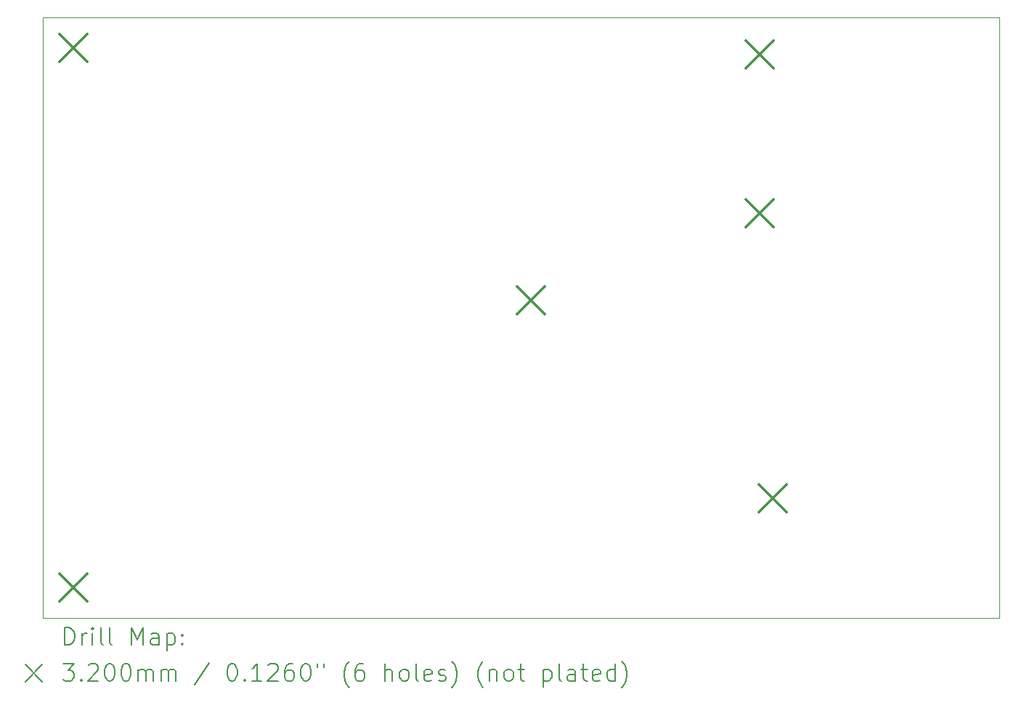
<source format=gbr>
%TF.GenerationSoftware,KiCad,Pcbnew,7.0.10*%
%TF.CreationDate,2024-02-13T14:16:56+07:00*%
%TF.ProjectId,AniSignage v2,416e6953-6967-46e6-9167-652076322e6b,rev?*%
%TF.SameCoordinates,Original*%
%TF.FileFunction,Drillmap*%
%TF.FilePolarity,Positive*%
%FSLAX45Y45*%
G04 Gerber Fmt 4.5, Leading zero omitted, Abs format (unit mm)*
G04 Created by KiCad (PCBNEW 7.0.10) date 2024-02-13 14:16:56*
%MOMM*%
%LPD*%
G01*
G04 APERTURE LIST*
%ADD10C,0.100000*%
%ADD11C,0.200000*%
%ADD12C,0.320000*%
G04 APERTURE END LIST*
D10*
X8331200Y-4978400D02*
X19481800Y-4978400D01*
X19481800Y-11988800D01*
X8331200Y-11988800D01*
X8331200Y-4978400D01*
D11*
D12*
X8526800Y-5174000D02*
X8846800Y-5494000D01*
X8846800Y-5174000D02*
X8526800Y-5494000D01*
X8526800Y-11473200D02*
X8846800Y-11793200D01*
X8846800Y-11473200D02*
X8526800Y-11793200D01*
X13860800Y-8120400D02*
X14180800Y-8440400D01*
X14180800Y-8120400D02*
X13860800Y-8440400D01*
X16527800Y-5250200D02*
X16847800Y-5570200D01*
X16847800Y-5250200D02*
X16527800Y-5570200D01*
X16527800Y-7104400D02*
X16847800Y-7424400D01*
X16847800Y-7104400D02*
X16527800Y-7424400D01*
X16680200Y-10431800D02*
X17000200Y-10751800D01*
X17000200Y-10431800D02*
X16680200Y-10751800D01*
D11*
X8586977Y-12305284D02*
X8586977Y-12105284D01*
X8586977Y-12105284D02*
X8634596Y-12105284D01*
X8634596Y-12105284D02*
X8663167Y-12114808D01*
X8663167Y-12114808D02*
X8682215Y-12133855D01*
X8682215Y-12133855D02*
X8691739Y-12152903D01*
X8691739Y-12152903D02*
X8701263Y-12190998D01*
X8701263Y-12190998D02*
X8701263Y-12219569D01*
X8701263Y-12219569D02*
X8691739Y-12257665D01*
X8691739Y-12257665D02*
X8682215Y-12276712D01*
X8682215Y-12276712D02*
X8663167Y-12295760D01*
X8663167Y-12295760D02*
X8634596Y-12305284D01*
X8634596Y-12305284D02*
X8586977Y-12305284D01*
X8786977Y-12305284D02*
X8786977Y-12171950D01*
X8786977Y-12210046D02*
X8796501Y-12190998D01*
X8796501Y-12190998D02*
X8806024Y-12181474D01*
X8806024Y-12181474D02*
X8825072Y-12171950D01*
X8825072Y-12171950D02*
X8844120Y-12171950D01*
X8910786Y-12305284D02*
X8910786Y-12171950D01*
X8910786Y-12105284D02*
X8901263Y-12114808D01*
X8901263Y-12114808D02*
X8910786Y-12124331D01*
X8910786Y-12124331D02*
X8920310Y-12114808D01*
X8920310Y-12114808D02*
X8910786Y-12105284D01*
X8910786Y-12105284D02*
X8910786Y-12124331D01*
X9034596Y-12305284D02*
X9015548Y-12295760D01*
X9015548Y-12295760D02*
X9006024Y-12276712D01*
X9006024Y-12276712D02*
X9006024Y-12105284D01*
X9139358Y-12305284D02*
X9120310Y-12295760D01*
X9120310Y-12295760D02*
X9110786Y-12276712D01*
X9110786Y-12276712D02*
X9110786Y-12105284D01*
X9367929Y-12305284D02*
X9367929Y-12105284D01*
X9367929Y-12105284D02*
X9434596Y-12248141D01*
X9434596Y-12248141D02*
X9501263Y-12105284D01*
X9501263Y-12105284D02*
X9501263Y-12305284D01*
X9682215Y-12305284D02*
X9682215Y-12200522D01*
X9682215Y-12200522D02*
X9672691Y-12181474D01*
X9672691Y-12181474D02*
X9653644Y-12171950D01*
X9653644Y-12171950D02*
X9615548Y-12171950D01*
X9615548Y-12171950D02*
X9596501Y-12181474D01*
X9682215Y-12295760D02*
X9663167Y-12305284D01*
X9663167Y-12305284D02*
X9615548Y-12305284D01*
X9615548Y-12305284D02*
X9596501Y-12295760D01*
X9596501Y-12295760D02*
X9586977Y-12276712D01*
X9586977Y-12276712D02*
X9586977Y-12257665D01*
X9586977Y-12257665D02*
X9596501Y-12238617D01*
X9596501Y-12238617D02*
X9615548Y-12229093D01*
X9615548Y-12229093D02*
X9663167Y-12229093D01*
X9663167Y-12229093D02*
X9682215Y-12219569D01*
X9777453Y-12171950D02*
X9777453Y-12371950D01*
X9777453Y-12181474D02*
X9796501Y-12171950D01*
X9796501Y-12171950D02*
X9834596Y-12171950D01*
X9834596Y-12171950D02*
X9853644Y-12181474D01*
X9853644Y-12181474D02*
X9863167Y-12190998D01*
X9863167Y-12190998D02*
X9872691Y-12210046D01*
X9872691Y-12210046D02*
X9872691Y-12267188D01*
X9872691Y-12267188D02*
X9863167Y-12286236D01*
X9863167Y-12286236D02*
X9853644Y-12295760D01*
X9853644Y-12295760D02*
X9834596Y-12305284D01*
X9834596Y-12305284D02*
X9796501Y-12305284D01*
X9796501Y-12305284D02*
X9777453Y-12295760D01*
X9958405Y-12286236D02*
X9967929Y-12295760D01*
X9967929Y-12295760D02*
X9958405Y-12305284D01*
X9958405Y-12305284D02*
X9948882Y-12295760D01*
X9948882Y-12295760D02*
X9958405Y-12286236D01*
X9958405Y-12286236D02*
X9958405Y-12305284D01*
X9958405Y-12181474D02*
X9967929Y-12190998D01*
X9967929Y-12190998D02*
X9958405Y-12200522D01*
X9958405Y-12200522D02*
X9948882Y-12190998D01*
X9948882Y-12190998D02*
X9958405Y-12181474D01*
X9958405Y-12181474D02*
X9958405Y-12200522D01*
X8126200Y-12533800D02*
X8326200Y-12733800D01*
X8326200Y-12533800D02*
X8126200Y-12733800D01*
X8567929Y-12525284D02*
X8691739Y-12525284D01*
X8691739Y-12525284D02*
X8625072Y-12601474D01*
X8625072Y-12601474D02*
X8653644Y-12601474D01*
X8653644Y-12601474D02*
X8672691Y-12610998D01*
X8672691Y-12610998D02*
X8682215Y-12620522D01*
X8682215Y-12620522D02*
X8691739Y-12639569D01*
X8691739Y-12639569D02*
X8691739Y-12687188D01*
X8691739Y-12687188D02*
X8682215Y-12706236D01*
X8682215Y-12706236D02*
X8672691Y-12715760D01*
X8672691Y-12715760D02*
X8653644Y-12725284D01*
X8653644Y-12725284D02*
X8596501Y-12725284D01*
X8596501Y-12725284D02*
X8577453Y-12715760D01*
X8577453Y-12715760D02*
X8567929Y-12706236D01*
X8777453Y-12706236D02*
X8786977Y-12715760D01*
X8786977Y-12715760D02*
X8777453Y-12725284D01*
X8777453Y-12725284D02*
X8767929Y-12715760D01*
X8767929Y-12715760D02*
X8777453Y-12706236D01*
X8777453Y-12706236D02*
X8777453Y-12725284D01*
X8863167Y-12544331D02*
X8872691Y-12534808D01*
X8872691Y-12534808D02*
X8891739Y-12525284D01*
X8891739Y-12525284D02*
X8939358Y-12525284D01*
X8939358Y-12525284D02*
X8958405Y-12534808D01*
X8958405Y-12534808D02*
X8967929Y-12544331D01*
X8967929Y-12544331D02*
X8977453Y-12563379D01*
X8977453Y-12563379D02*
X8977453Y-12582427D01*
X8977453Y-12582427D02*
X8967929Y-12610998D01*
X8967929Y-12610998D02*
X8853644Y-12725284D01*
X8853644Y-12725284D02*
X8977453Y-12725284D01*
X9101263Y-12525284D02*
X9120310Y-12525284D01*
X9120310Y-12525284D02*
X9139358Y-12534808D01*
X9139358Y-12534808D02*
X9148882Y-12544331D01*
X9148882Y-12544331D02*
X9158405Y-12563379D01*
X9158405Y-12563379D02*
X9167929Y-12601474D01*
X9167929Y-12601474D02*
X9167929Y-12649093D01*
X9167929Y-12649093D02*
X9158405Y-12687188D01*
X9158405Y-12687188D02*
X9148882Y-12706236D01*
X9148882Y-12706236D02*
X9139358Y-12715760D01*
X9139358Y-12715760D02*
X9120310Y-12725284D01*
X9120310Y-12725284D02*
X9101263Y-12725284D01*
X9101263Y-12725284D02*
X9082215Y-12715760D01*
X9082215Y-12715760D02*
X9072691Y-12706236D01*
X9072691Y-12706236D02*
X9063167Y-12687188D01*
X9063167Y-12687188D02*
X9053644Y-12649093D01*
X9053644Y-12649093D02*
X9053644Y-12601474D01*
X9053644Y-12601474D02*
X9063167Y-12563379D01*
X9063167Y-12563379D02*
X9072691Y-12544331D01*
X9072691Y-12544331D02*
X9082215Y-12534808D01*
X9082215Y-12534808D02*
X9101263Y-12525284D01*
X9291739Y-12525284D02*
X9310786Y-12525284D01*
X9310786Y-12525284D02*
X9329834Y-12534808D01*
X9329834Y-12534808D02*
X9339358Y-12544331D01*
X9339358Y-12544331D02*
X9348882Y-12563379D01*
X9348882Y-12563379D02*
X9358405Y-12601474D01*
X9358405Y-12601474D02*
X9358405Y-12649093D01*
X9358405Y-12649093D02*
X9348882Y-12687188D01*
X9348882Y-12687188D02*
X9339358Y-12706236D01*
X9339358Y-12706236D02*
X9329834Y-12715760D01*
X9329834Y-12715760D02*
X9310786Y-12725284D01*
X9310786Y-12725284D02*
X9291739Y-12725284D01*
X9291739Y-12725284D02*
X9272691Y-12715760D01*
X9272691Y-12715760D02*
X9263167Y-12706236D01*
X9263167Y-12706236D02*
X9253644Y-12687188D01*
X9253644Y-12687188D02*
X9244120Y-12649093D01*
X9244120Y-12649093D02*
X9244120Y-12601474D01*
X9244120Y-12601474D02*
X9253644Y-12563379D01*
X9253644Y-12563379D02*
X9263167Y-12544331D01*
X9263167Y-12544331D02*
X9272691Y-12534808D01*
X9272691Y-12534808D02*
X9291739Y-12525284D01*
X9444120Y-12725284D02*
X9444120Y-12591950D01*
X9444120Y-12610998D02*
X9453644Y-12601474D01*
X9453644Y-12601474D02*
X9472691Y-12591950D01*
X9472691Y-12591950D02*
X9501263Y-12591950D01*
X9501263Y-12591950D02*
X9520310Y-12601474D01*
X9520310Y-12601474D02*
X9529834Y-12620522D01*
X9529834Y-12620522D02*
X9529834Y-12725284D01*
X9529834Y-12620522D02*
X9539358Y-12601474D01*
X9539358Y-12601474D02*
X9558405Y-12591950D01*
X9558405Y-12591950D02*
X9586977Y-12591950D01*
X9586977Y-12591950D02*
X9606025Y-12601474D01*
X9606025Y-12601474D02*
X9615548Y-12620522D01*
X9615548Y-12620522D02*
X9615548Y-12725284D01*
X9710786Y-12725284D02*
X9710786Y-12591950D01*
X9710786Y-12610998D02*
X9720310Y-12601474D01*
X9720310Y-12601474D02*
X9739358Y-12591950D01*
X9739358Y-12591950D02*
X9767929Y-12591950D01*
X9767929Y-12591950D02*
X9786977Y-12601474D01*
X9786977Y-12601474D02*
X9796501Y-12620522D01*
X9796501Y-12620522D02*
X9796501Y-12725284D01*
X9796501Y-12620522D02*
X9806025Y-12601474D01*
X9806025Y-12601474D02*
X9825072Y-12591950D01*
X9825072Y-12591950D02*
X9853644Y-12591950D01*
X9853644Y-12591950D02*
X9872691Y-12601474D01*
X9872691Y-12601474D02*
X9882215Y-12620522D01*
X9882215Y-12620522D02*
X9882215Y-12725284D01*
X10272691Y-12515760D02*
X10101263Y-12772903D01*
X10529834Y-12525284D02*
X10548882Y-12525284D01*
X10548882Y-12525284D02*
X10567929Y-12534808D01*
X10567929Y-12534808D02*
X10577453Y-12544331D01*
X10577453Y-12544331D02*
X10586977Y-12563379D01*
X10586977Y-12563379D02*
X10596501Y-12601474D01*
X10596501Y-12601474D02*
X10596501Y-12649093D01*
X10596501Y-12649093D02*
X10586977Y-12687188D01*
X10586977Y-12687188D02*
X10577453Y-12706236D01*
X10577453Y-12706236D02*
X10567929Y-12715760D01*
X10567929Y-12715760D02*
X10548882Y-12725284D01*
X10548882Y-12725284D02*
X10529834Y-12725284D01*
X10529834Y-12725284D02*
X10510787Y-12715760D01*
X10510787Y-12715760D02*
X10501263Y-12706236D01*
X10501263Y-12706236D02*
X10491739Y-12687188D01*
X10491739Y-12687188D02*
X10482215Y-12649093D01*
X10482215Y-12649093D02*
X10482215Y-12601474D01*
X10482215Y-12601474D02*
X10491739Y-12563379D01*
X10491739Y-12563379D02*
X10501263Y-12544331D01*
X10501263Y-12544331D02*
X10510787Y-12534808D01*
X10510787Y-12534808D02*
X10529834Y-12525284D01*
X10682215Y-12706236D02*
X10691739Y-12715760D01*
X10691739Y-12715760D02*
X10682215Y-12725284D01*
X10682215Y-12725284D02*
X10672691Y-12715760D01*
X10672691Y-12715760D02*
X10682215Y-12706236D01*
X10682215Y-12706236D02*
X10682215Y-12725284D01*
X10882215Y-12725284D02*
X10767929Y-12725284D01*
X10825072Y-12725284D02*
X10825072Y-12525284D01*
X10825072Y-12525284D02*
X10806025Y-12553855D01*
X10806025Y-12553855D02*
X10786977Y-12572903D01*
X10786977Y-12572903D02*
X10767929Y-12582427D01*
X10958406Y-12544331D02*
X10967929Y-12534808D01*
X10967929Y-12534808D02*
X10986977Y-12525284D01*
X10986977Y-12525284D02*
X11034596Y-12525284D01*
X11034596Y-12525284D02*
X11053644Y-12534808D01*
X11053644Y-12534808D02*
X11063168Y-12544331D01*
X11063168Y-12544331D02*
X11072691Y-12563379D01*
X11072691Y-12563379D02*
X11072691Y-12582427D01*
X11072691Y-12582427D02*
X11063168Y-12610998D01*
X11063168Y-12610998D02*
X10948882Y-12725284D01*
X10948882Y-12725284D02*
X11072691Y-12725284D01*
X11244120Y-12525284D02*
X11206025Y-12525284D01*
X11206025Y-12525284D02*
X11186977Y-12534808D01*
X11186977Y-12534808D02*
X11177453Y-12544331D01*
X11177453Y-12544331D02*
X11158406Y-12572903D01*
X11158406Y-12572903D02*
X11148882Y-12610998D01*
X11148882Y-12610998D02*
X11148882Y-12687188D01*
X11148882Y-12687188D02*
X11158406Y-12706236D01*
X11158406Y-12706236D02*
X11167929Y-12715760D01*
X11167929Y-12715760D02*
X11186977Y-12725284D01*
X11186977Y-12725284D02*
X11225072Y-12725284D01*
X11225072Y-12725284D02*
X11244120Y-12715760D01*
X11244120Y-12715760D02*
X11253644Y-12706236D01*
X11253644Y-12706236D02*
X11263167Y-12687188D01*
X11263167Y-12687188D02*
X11263167Y-12639569D01*
X11263167Y-12639569D02*
X11253644Y-12620522D01*
X11253644Y-12620522D02*
X11244120Y-12610998D01*
X11244120Y-12610998D02*
X11225072Y-12601474D01*
X11225072Y-12601474D02*
X11186977Y-12601474D01*
X11186977Y-12601474D02*
X11167929Y-12610998D01*
X11167929Y-12610998D02*
X11158406Y-12620522D01*
X11158406Y-12620522D02*
X11148882Y-12639569D01*
X11386977Y-12525284D02*
X11406025Y-12525284D01*
X11406025Y-12525284D02*
X11425072Y-12534808D01*
X11425072Y-12534808D02*
X11434596Y-12544331D01*
X11434596Y-12544331D02*
X11444120Y-12563379D01*
X11444120Y-12563379D02*
X11453644Y-12601474D01*
X11453644Y-12601474D02*
X11453644Y-12649093D01*
X11453644Y-12649093D02*
X11444120Y-12687188D01*
X11444120Y-12687188D02*
X11434596Y-12706236D01*
X11434596Y-12706236D02*
X11425072Y-12715760D01*
X11425072Y-12715760D02*
X11406025Y-12725284D01*
X11406025Y-12725284D02*
X11386977Y-12725284D01*
X11386977Y-12725284D02*
X11367929Y-12715760D01*
X11367929Y-12715760D02*
X11358406Y-12706236D01*
X11358406Y-12706236D02*
X11348882Y-12687188D01*
X11348882Y-12687188D02*
X11339358Y-12649093D01*
X11339358Y-12649093D02*
X11339358Y-12601474D01*
X11339358Y-12601474D02*
X11348882Y-12563379D01*
X11348882Y-12563379D02*
X11358406Y-12544331D01*
X11358406Y-12544331D02*
X11367929Y-12534808D01*
X11367929Y-12534808D02*
X11386977Y-12525284D01*
X11529834Y-12525284D02*
X11529834Y-12563379D01*
X11606025Y-12525284D02*
X11606025Y-12563379D01*
X11901263Y-12801474D02*
X11891739Y-12791950D01*
X11891739Y-12791950D02*
X11872691Y-12763379D01*
X11872691Y-12763379D02*
X11863168Y-12744331D01*
X11863168Y-12744331D02*
X11853644Y-12715760D01*
X11853644Y-12715760D02*
X11844120Y-12668141D01*
X11844120Y-12668141D02*
X11844120Y-12630046D01*
X11844120Y-12630046D02*
X11853644Y-12582427D01*
X11853644Y-12582427D02*
X11863168Y-12553855D01*
X11863168Y-12553855D02*
X11872691Y-12534808D01*
X11872691Y-12534808D02*
X11891739Y-12506236D01*
X11891739Y-12506236D02*
X11901263Y-12496712D01*
X12063168Y-12525284D02*
X12025072Y-12525284D01*
X12025072Y-12525284D02*
X12006025Y-12534808D01*
X12006025Y-12534808D02*
X11996501Y-12544331D01*
X11996501Y-12544331D02*
X11977453Y-12572903D01*
X11977453Y-12572903D02*
X11967929Y-12610998D01*
X11967929Y-12610998D02*
X11967929Y-12687188D01*
X11967929Y-12687188D02*
X11977453Y-12706236D01*
X11977453Y-12706236D02*
X11986977Y-12715760D01*
X11986977Y-12715760D02*
X12006025Y-12725284D01*
X12006025Y-12725284D02*
X12044120Y-12725284D01*
X12044120Y-12725284D02*
X12063168Y-12715760D01*
X12063168Y-12715760D02*
X12072691Y-12706236D01*
X12072691Y-12706236D02*
X12082215Y-12687188D01*
X12082215Y-12687188D02*
X12082215Y-12639569D01*
X12082215Y-12639569D02*
X12072691Y-12620522D01*
X12072691Y-12620522D02*
X12063168Y-12610998D01*
X12063168Y-12610998D02*
X12044120Y-12601474D01*
X12044120Y-12601474D02*
X12006025Y-12601474D01*
X12006025Y-12601474D02*
X11986977Y-12610998D01*
X11986977Y-12610998D02*
X11977453Y-12620522D01*
X11977453Y-12620522D02*
X11967929Y-12639569D01*
X12320310Y-12725284D02*
X12320310Y-12525284D01*
X12406025Y-12725284D02*
X12406025Y-12620522D01*
X12406025Y-12620522D02*
X12396501Y-12601474D01*
X12396501Y-12601474D02*
X12377453Y-12591950D01*
X12377453Y-12591950D02*
X12348882Y-12591950D01*
X12348882Y-12591950D02*
X12329834Y-12601474D01*
X12329834Y-12601474D02*
X12320310Y-12610998D01*
X12529834Y-12725284D02*
X12510787Y-12715760D01*
X12510787Y-12715760D02*
X12501263Y-12706236D01*
X12501263Y-12706236D02*
X12491739Y-12687188D01*
X12491739Y-12687188D02*
X12491739Y-12630046D01*
X12491739Y-12630046D02*
X12501263Y-12610998D01*
X12501263Y-12610998D02*
X12510787Y-12601474D01*
X12510787Y-12601474D02*
X12529834Y-12591950D01*
X12529834Y-12591950D02*
X12558406Y-12591950D01*
X12558406Y-12591950D02*
X12577453Y-12601474D01*
X12577453Y-12601474D02*
X12586977Y-12610998D01*
X12586977Y-12610998D02*
X12596501Y-12630046D01*
X12596501Y-12630046D02*
X12596501Y-12687188D01*
X12596501Y-12687188D02*
X12586977Y-12706236D01*
X12586977Y-12706236D02*
X12577453Y-12715760D01*
X12577453Y-12715760D02*
X12558406Y-12725284D01*
X12558406Y-12725284D02*
X12529834Y-12725284D01*
X12710787Y-12725284D02*
X12691739Y-12715760D01*
X12691739Y-12715760D02*
X12682215Y-12696712D01*
X12682215Y-12696712D02*
X12682215Y-12525284D01*
X12863168Y-12715760D02*
X12844120Y-12725284D01*
X12844120Y-12725284D02*
X12806025Y-12725284D01*
X12806025Y-12725284D02*
X12786977Y-12715760D01*
X12786977Y-12715760D02*
X12777453Y-12696712D01*
X12777453Y-12696712D02*
X12777453Y-12620522D01*
X12777453Y-12620522D02*
X12786977Y-12601474D01*
X12786977Y-12601474D02*
X12806025Y-12591950D01*
X12806025Y-12591950D02*
X12844120Y-12591950D01*
X12844120Y-12591950D02*
X12863168Y-12601474D01*
X12863168Y-12601474D02*
X12872691Y-12620522D01*
X12872691Y-12620522D02*
X12872691Y-12639569D01*
X12872691Y-12639569D02*
X12777453Y-12658617D01*
X12948882Y-12715760D02*
X12967930Y-12725284D01*
X12967930Y-12725284D02*
X13006025Y-12725284D01*
X13006025Y-12725284D02*
X13025072Y-12715760D01*
X13025072Y-12715760D02*
X13034596Y-12696712D01*
X13034596Y-12696712D02*
X13034596Y-12687188D01*
X13034596Y-12687188D02*
X13025072Y-12668141D01*
X13025072Y-12668141D02*
X13006025Y-12658617D01*
X13006025Y-12658617D02*
X12977453Y-12658617D01*
X12977453Y-12658617D02*
X12958406Y-12649093D01*
X12958406Y-12649093D02*
X12948882Y-12630046D01*
X12948882Y-12630046D02*
X12948882Y-12620522D01*
X12948882Y-12620522D02*
X12958406Y-12601474D01*
X12958406Y-12601474D02*
X12977453Y-12591950D01*
X12977453Y-12591950D02*
X13006025Y-12591950D01*
X13006025Y-12591950D02*
X13025072Y-12601474D01*
X13101263Y-12801474D02*
X13110787Y-12791950D01*
X13110787Y-12791950D02*
X13129834Y-12763379D01*
X13129834Y-12763379D02*
X13139358Y-12744331D01*
X13139358Y-12744331D02*
X13148882Y-12715760D01*
X13148882Y-12715760D02*
X13158406Y-12668141D01*
X13158406Y-12668141D02*
X13158406Y-12630046D01*
X13158406Y-12630046D02*
X13148882Y-12582427D01*
X13148882Y-12582427D02*
X13139358Y-12553855D01*
X13139358Y-12553855D02*
X13129834Y-12534808D01*
X13129834Y-12534808D02*
X13110787Y-12506236D01*
X13110787Y-12506236D02*
X13101263Y-12496712D01*
X13463168Y-12801474D02*
X13453644Y-12791950D01*
X13453644Y-12791950D02*
X13434596Y-12763379D01*
X13434596Y-12763379D02*
X13425072Y-12744331D01*
X13425072Y-12744331D02*
X13415549Y-12715760D01*
X13415549Y-12715760D02*
X13406025Y-12668141D01*
X13406025Y-12668141D02*
X13406025Y-12630046D01*
X13406025Y-12630046D02*
X13415549Y-12582427D01*
X13415549Y-12582427D02*
X13425072Y-12553855D01*
X13425072Y-12553855D02*
X13434596Y-12534808D01*
X13434596Y-12534808D02*
X13453644Y-12506236D01*
X13453644Y-12506236D02*
X13463168Y-12496712D01*
X13539358Y-12591950D02*
X13539358Y-12725284D01*
X13539358Y-12610998D02*
X13548882Y-12601474D01*
X13548882Y-12601474D02*
X13567930Y-12591950D01*
X13567930Y-12591950D02*
X13596501Y-12591950D01*
X13596501Y-12591950D02*
X13615549Y-12601474D01*
X13615549Y-12601474D02*
X13625072Y-12620522D01*
X13625072Y-12620522D02*
X13625072Y-12725284D01*
X13748882Y-12725284D02*
X13729834Y-12715760D01*
X13729834Y-12715760D02*
X13720311Y-12706236D01*
X13720311Y-12706236D02*
X13710787Y-12687188D01*
X13710787Y-12687188D02*
X13710787Y-12630046D01*
X13710787Y-12630046D02*
X13720311Y-12610998D01*
X13720311Y-12610998D02*
X13729834Y-12601474D01*
X13729834Y-12601474D02*
X13748882Y-12591950D01*
X13748882Y-12591950D02*
X13777453Y-12591950D01*
X13777453Y-12591950D02*
X13796501Y-12601474D01*
X13796501Y-12601474D02*
X13806025Y-12610998D01*
X13806025Y-12610998D02*
X13815549Y-12630046D01*
X13815549Y-12630046D02*
X13815549Y-12687188D01*
X13815549Y-12687188D02*
X13806025Y-12706236D01*
X13806025Y-12706236D02*
X13796501Y-12715760D01*
X13796501Y-12715760D02*
X13777453Y-12725284D01*
X13777453Y-12725284D02*
X13748882Y-12725284D01*
X13872692Y-12591950D02*
X13948882Y-12591950D01*
X13901263Y-12525284D02*
X13901263Y-12696712D01*
X13901263Y-12696712D02*
X13910787Y-12715760D01*
X13910787Y-12715760D02*
X13929834Y-12725284D01*
X13929834Y-12725284D02*
X13948882Y-12725284D01*
X14167930Y-12591950D02*
X14167930Y-12791950D01*
X14167930Y-12601474D02*
X14186977Y-12591950D01*
X14186977Y-12591950D02*
X14225073Y-12591950D01*
X14225073Y-12591950D02*
X14244120Y-12601474D01*
X14244120Y-12601474D02*
X14253644Y-12610998D01*
X14253644Y-12610998D02*
X14263168Y-12630046D01*
X14263168Y-12630046D02*
X14263168Y-12687188D01*
X14263168Y-12687188D02*
X14253644Y-12706236D01*
X14253644Y-12706236D02*
X14244120Y-12715760D01*
X14244120Y-12715760D02*
X14225073Y-12725284D01*
X14225073Y-12725284D02*
X14186977Y-12725284D01*
X14186977Y-12725284D02*
X14167930Y-12715760D01*
X14377453Y-12725284D02*
X14358406Y-12715760D01*
X14358406Y-12715760D02*
X14348882Y-12696712D01*
X14348882Y-12696712D02*
X14348882Y-12525284D01*
X14539358Y-12725284D02*
X14539358Y-12620522D01*
X14539358Y-12620522D02*
X14529834Y-12601474D01*
X14529834Y-12601474D02*
X14510787Y-12591950D01*
X14510787Y-12591950D02*
X14472692Y-12591950D01*
X14472692Y-12591950D02*
X14453644Y-12601474D01*
X14539358Y-12715760D02*
X14520311Y-12725284D01*
X14520311Y-12725284D02*
X14472692Y-12725284D01*
X14472692Y-12725284D02*
X14453644Y-12715760D01*
X14453644Y-12715760D02*
X14444120Y-12696712D01*
X14444120Y-12696712D02*
X14444120Y-12677665D01*
X14444120Y-12677665D02*
X14453644Y-12658617D01*
X14453644Y-12658617D02*
X14472692Y-12649093D01*
X14472692Y-12649093D02*
X14520311Y-12649093D01*
X14520311Y-12649093D02*
X14539358Y-12639569D01*
X14606025Y-12591950D02*
X14682215Y-12591950D01*
X14634596Y-12525284D02*
X14634596Y-12696712D01*
X14634596Y-12696712D02*
X14644120Y-12715760D01*
X14644120Y-12715760D02*
X14663168Y-12725284D01*
X14663168Y-12725284D02*
X14682215Y-12725284D01*
X14825073Y-12715760D02*
X14806025Y-12725284D01*
X14806025Y-12725284D02*
X14767930Y-12725284D01*
X14767930Y-12725284D02*
X14748882Y-12715760D01*
X14748882Y-12715760D02*
X14739358Y-12696712D01*
X14739358Y-12696712D02*
X14739358Y-12620522D01*
X14739358Y-12620522D02*
X14748882Y-12601474D01*
X14748882Y-12601474D02*
X14767930Y-12591950D01*
X14767930Y-12591950D02*
X14806025Y-12591950D01*
X14806025Y-12591950D02*
X14825073Y-12601474D01*
X14825073Y-12601474D02*
X14834596Y-12620522D01*
X14834596Y-12620522D02*
X14834596Y-12639569D01*
X14834596Y-12639569D02*
X14739358Y-12658617D01*
X15006025Y-12725284D02*
X15006025Y-12525284D01*
X15006025Y-12715760D02*
X14986977Y-12725284D01*
X14986977Y-12725284D02*
X14948882Y-12725284D01*
X14948882Y-12725284D02*
X14929834Y-12715760D01*
X14929834Y-12715760D02*
X14920311Y-12706236D01*
X14920311Y-12706236D02*
X14910787Y-12687188D01*
X14910787Y-12687188D02*
X14910787Y-12630046D01*
X14910787Y-12630046D02*
X14920311Y-12610998D01*
X14920311Y-12610998D02*
X14929834Y-12601474D01*
X14929834Y-12601474D02*
X14948882Y-12591950D01*
X14948882Y-12591950D02*
X14986977Y-12591950D01*
X14986977Y-12591950D02*
X15006025Y-12601474D01*
X15082215Y-12801474D02*
X15091739Y-12791950D01*
X15091739Y-12791950D02*
X15110787Y-12763379D01*
X15110787Y-12763379D02*
X15120311Y-12744331D01*
X15120311Y-12744331D02*
X15129834Y-12715760D01*
X15129834Y-12715760D02*
X15139358Y-12668141D01*
X15139358Y-12668141D02*
X15139358Y-12630046D01*
X15139358Y-12630046D02*
X15129834Y-12582427D01*
X15129834Y-12582427D02*
X15120311Y-12553855D01*
X15120311Y-12553855D02*
X15110787Y-12534808D01*
X15110787Y-12534808D02*
X15091739Y-12506236D01*
X15091739Y-12506236D02*
X15082215Y-12496712D01*
M02*

</source>
